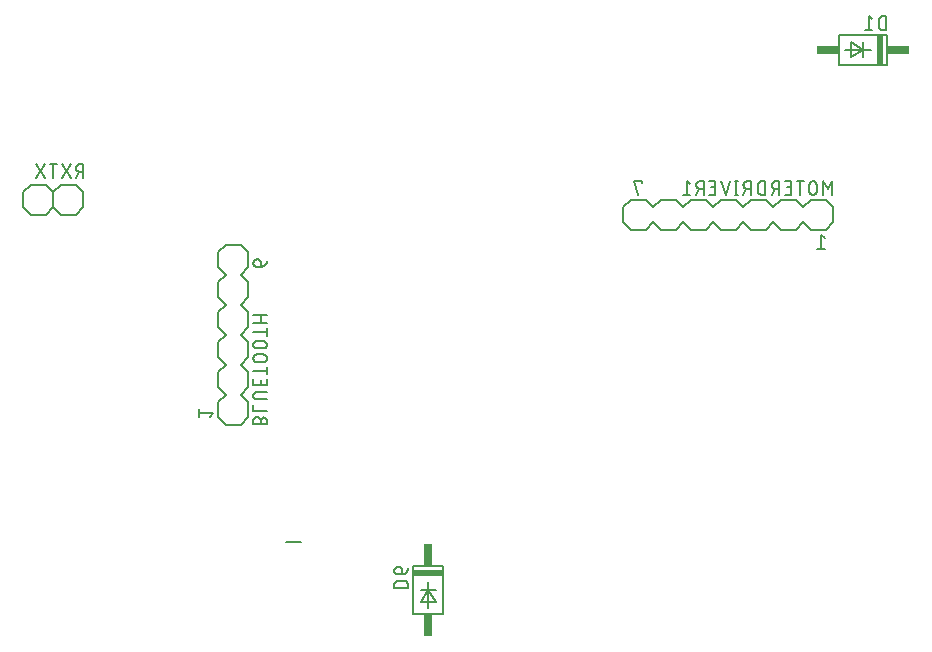
<source format=gbr>
G04 EAGLE Gerber RS-274X export*
G75*
%MOMM*%
%FSLAX34Y34*%
%LPD*%
%INSilkscreen Bottom*%
%IPPOS*%
%AMOC8*
5,1,8,0,0,1.08239X$1,22.5*%
G01*
%ADD10C,0.152400*%
%ADD11C,0.127000*%
%ADD12R,0.508000X2.540000*%
%ADD13R,1.905000X0.762000*%
%ADD14R,2.540000X0.508000*%
%ADD15R,0.762000X1.905000*%
%ADD16C,0.203200*%


D10*
X241300Y247650D02*
X241300Y260350D01*
X234950Y266700D01*
X222250Y266700D02*
X215900Y260350D01*
X234950Y266700D02*
X241300Y273050D01*
X241300Y285750D01*
X234950Y292100D01*
X222250Y292100D02*
X215900Y285750D01*
X215900Y273050D01*
X222250Y266700D01*
X222250Y241300D02*
X234950Y241300D01*
X241300Y247650D01*
X222250Y241300D02*
X215900Y247650D01*
X215900Y260350D01*
X234950Y292100D02*
X241300Y298450D01*
X241300Y311150D01*
X234950Y317500D01*
X222250Y317500D02*
X215900Y311150D01*
X215900Y298450D01*
X222250Y292100D01*
X241300Y323850D02*
X241300Y336550D01*
X234950Y342900D01*
X222250Y342900D02*
X215900Y336550D01*
X234950Y342900D02*
X241300Y349250D01*
X241300Y361950D01*
X234950Y368300D01*
X222250Y368300D02*
X215900Y361950D01*
X215900Y349250D01*
X222250Y342900D01*
X241300Y323850D02*
X234950Y317500D01*
X222250Y317500D02*
X215900Y323850D01*
X215900Y336550D01*
X234950Y368300D02*
X241300Y374650D01*
X241300Y387350D01*
X234950Y393700D01*
X222250Y393700D02*
X215900Y387350D01*
X215900Y374650D01*
X222250Y368300D01*
X222250Y393700D02*
X234950Y393700D01*
D11*
X211455Y251460D02*
X208915Y248285D01*
X211455Y251460D02*
X200025Y251460D01*
X200025Y248285D02*
X200025Y254635D01*
X252095Y375285D02*
X252095Y379095D01*
X252093Y379195D01*
X252087Y379294D01*
X252077Y379394D01*
X252064Y379492D01*
X252046Y379591D01*
X252025Y379688D01*
X252000Y379784D01*
X251971Y379880D01*
X251938Y379974D01*
X251902Y380067D01*
X251862Y380158D01*
X251818Y380248D01*
X251771Y380336D01*
X251721Y380422D01*
X251667Y380506D01*
X251610Y380588D01*
X251550Y380667D01*
X251486Y380745D01*
X251420Y380819D01*
X251351Y380891D01*
X251279Y380960D01*
X251205Y381026D01*
X251127Y381090D01*
X251048Y381150D01*
X250966Y381207D01*
X250882Y381261D01*
X250796Y381311D01*
X250708Y381358D01*
X250618Y381402D01*
X250527Y381442D01*
X250434Y381478D01*
X250340Y381511D01*
X250244Y381540D01*
X250148Y381565D01*
X250051Y381586D01*
X249952Y381604D01*
X249854Y381617D01*
X249754Y381627D01*
X249655Y381633D01*
X249555Y381635D01*
X248920Y381635D01*
X248809Y381633D01*
X248699Y381627D01*
X248588Y381618D01*
X248478Y381604D01*
X248369Y381587D01*
X248260Y381566D01*
X248152Y381541D01*
X248045Y381512D01*
X247939Y381480D01*
X247834Y381444D01*
X247731Y381404D01*
X247629Y381361D01*
X247528Y381314D01*
X247429Y381263D01*
X247333Y381210D01*
X247238Y381153D01*
X247145Y381092D01*
X247054Y381029D01*
X246965Y380962D01*
X246879Y380892D01*
X246796Y380819D01*
X246714Y380744D01*
X246636Y380666D01*
X246561Y380584D01*
X246488Y380501D01*
X246418Y380415D01*
X246351Y380326D01*
X246288Y380235D01*
X246227Y380142D01*
X246170Y380048D01*
X246117Y379951D01*
X246066Y379852D01*
X246019Y379751D01*
X245976Y379649D01*
X245936Y379546D01*
X245900Y379441D01*
X245868Y379335D01*
X245839Y379228D01*
X245814Y379120D01*
X245793Y379011D01*
X245776Y378902D01*
X245762Y378792D01*
X245753Y378681D01*
X245747Y378571D01*
X245745Y378460D01*
X245747Y378349D01*
X245753Y378239D01*
X245762Y378128D01*
X245776Y378018D01*
X245793Y377909D01*
X245814Y377800D01*
X245839Y377692D01*
X245868Y377585D01*
X245900Y377479D01*
X245936Y377374D01*
X245976Y377271D01*
X246019Y377169D01*
X246066Y377068D01*
X246117Y376969D01*
X246170Y376873D01*
X246227Y376778D01*
X246288Y376685D01*
X246351Y376594D01*
X246418Y376505D01*
X246488Y376419D01*
X246561Y376336D01*
X246636Y376254D01*
X246714Y376176D01*
X246796Y376101D01*
X246879Y376028D01*
X246965Y375958D01*
X247054Y375891D01*
X247145Y375828D01*
X247238Y375767D01*
X247333Y375710D01*
X247429Y375657D01*
X247528Y375606D01*
X247629Y375559D01*
X247731Y375516D01*
X247834Y375476D01*
X247939Y375440D01*
X248045Y375408D01*
X248152Y375379D01*
X248260Y375354D01*
X248369Y375333D01*
X248478Y375316D01*
X248588Y375302D01*
X248699Y375293D01*
X248809Y375287D01*
X248920Y375285D01*
X252095Y375285D01*
X252235Y375287D01*
X252375Y375293D01*
X252515Y375302D01*
X252654Y375316D01*
X252793Y375333D01*
X252931Y375354D01*
X253069Y375379D01*
X253206Y375408D01*
X253342Y375440D01*
X253477Y375477D01*
X253611Y375517D01*
X253744Y375560D01*
X253876Y375608D01*
X254007Y375658D01*
X254136Y375713D01*
X254263Y375771D01*
X254389Y375832D01*
X254513Y375897D01*
X254635Y375966D01*
X254755Y376037D01*
X254873Y376112D01*
X254990Y376190D01*
X255104Y376272D01*
X255215Y376356D01*
X255324Y376444D01*
X255431Y376534D01*
X255536Y376628D01*
X255637Y376724D01*
X255736Y376823D01*
X255832Y376924D01*
X255926Y377029D01*
X256016Y377136D01*
X256104Y377245D01*
X256188Y377356D01*
X256270Y377470D01*
X256348Y377587D01*
X256423Y377705D01*
X256494Y377825D01*
X256563Y377947D01*
X256628Y378071D01*
X256689Y378197D01*
X256747Y378324D01*
X256802Y378453D01*
X256852Y378584D01*
X256900Y378716D01*
X256943Y378849D01*
X256983Y378983D01*
X257020Y379118D01*
X257052Y379254D01*
X257081Y379391D01*
X257106Y379529D01*
X257127Y379667D01*
X257144Y379806D01*
X257158Y379945D01*
X257167Y380085D01*
X257173Y380225D01*
X257175Y380365D01*
X252095Y245110D02*
X252095Y241935D01*
X252095Y245110D02*
X252093Y245221D01*
X252087Y245331D01*
X252078Y245442D01*
X252064Y245552D01*
X252047Y245661D01*
X252026Y245770D01*
X252001Y245878D01*
X251972Y245985D01*
X251940Y246091D01*
X251904Y246196D01*
X251864Y246299D01*
X251821Y246401D01*
X251774Y246502D01*
X251723Y246601D01*
X251670Y246698D01*
X251613Y246792D01*
X251552Y246885D01*
X251489Y246976D01*
X251422Y247065D01*
X251352Y247151D01*
X251279Y247234D01*
X251204Y247316D01*
X251126Y247394D01*
X251044Y247469D01*
X250961Y247542D01*
X250875Y247612D01*
X250786Y247679D01*
X250695Y247742D01*
X250602Y247803D01*
X250508Y247860D01*
X250411Y247913D01*
X250312Y247964D01*
X250211Y248011D01*
X250109Y248054D01*
X250006Y248094D01*
X249901Y248130D01*
X249795Y248162D01*
X249688Y248191D01*
X249580Y248216D01*
X249471Y248237D01*
X249362Y248254D01*
X249252Y248268D01*
X249141Y248277D01*
X249031Y248283D01*
X248920Y248285D01*
X248809Y248283D01*
X248699Y248277D01*
X248588Y248268D01*
X248478Y248254D01*
X248369Y248237D01*
X248260Y248216D01*
X248152Y248191D01*
X248045Y248162D01*
X247939Y248130D01*
X247834Y248094D01*
X247731Y248054D01*
X247629Y248011D01*
X247528Y247964D01*
X247429Y247913D01*
X247333Y247860D01*
X247238Y247803D01*
X247145Y247742D01*
X247054Y247679D01*
X246965Y247612D01*
X246879Y247542D01*
X246796Y247469D01*
X246714Y247394D01*
X246636Y247316D01*
X246561Y247234D01*
X246488Y247151D01*
X246418Y247065D01*
X246351Y246976D01*
X246288Y246885D01*
X246227Y246792D01*
X246170Y246698D01*
X246117Y246601D01*
X246066Y246502D01*
X246019Y246401D01*
X245976Y246299D01*
X245936Y246196D01*
X245900Y246091D01*
X245868Y245985D01*
X245839Y245878D01*
X245814Y245770D01*
X245793Y245661D01*
X245776Y245552D01*
X245762Y245442D01*
X245753Y245331D01*
X245747Y245221D01*
X245745Y245110D01*
X245745Y241935D01*
X257175Y241935D01*
X257175Y245110D01*
X257173Y245210D01*
X257167Y245309D01*
X257157Y245409D01*
X257144Y245507D01*
X257126Y245606D01*
X257105Y245703D01*
X257080Y245799D01*
X257051Y245895D01*
X257018Y245989D01*
X256982Y246082D01*
X256942Y246173D01*
X256898Y246263D01*
X256851Y246351D01*
X256801Y246437D01*
X256747Y246521D01*
X256690Y246603D01*
X256630Y246682D01*
X256566Y246760D01*
X256500Y246834D01*
X256431Y246906D01*
X256359Y246975D01*
X256285Y247041D01*
X256207Y247105D01*
X256128Y247165D01*
X256046Y247222D01*
X255962Y247276D01*
X255876Y247326D01*
X255788Y247373D01*
X255698Y247417D01*
X255607Y247457D01*
X255514Y247493D01*
X255420Y247526D01*
X255324Y247555D01*
X255228Y247580D01*
X255131Y247601D01*
X255032Y247619D01*
X254934Y247632D01*
X254834Y247642D01*
X254735Y247648D01*
X254635Y247650D01*
X254535Y247648D01*
X254436Y247642D01*
X254336Y247632D01*
X254238Y247619D01*
X254139Y247601D01*
X254042Y247580D01*
X253946Y247555D01*
X253850Y247526D01*
X253756Y247493D01*
X253663Y247457D01*
X253572Y247417D01*
X253482Y247373D01*
X253394Y247326D01*
X253308Y247276D01*
X253224Y247222D01*
X253142Y247165D01*
X253063Y247105D01*
X252985Y247041D01*
X252911Y246975D01*
X252839Y246906D01*
X252770Y246834D01*
X252704Y246760D01*
X252640Y246682D01*
X252580Y246603D01*
X252523Y246521D01*
X252469Y246437D01*
X252419Y246351D01*
X252372Y246263D01*
X252328Y246173D01*
X252288Y246082D01*
X252252Y245989D01*
X252219Y245895D01*
X252190Y245799D01*
X252165Y245703D01*
X252144Y245606D01*
X252126Y245507D01*
X252113Y245409D01*
X252103Y245309D01*
X252097Y245210D01*
X252095Y245110D01*
X257175Y253200D02*
X245745Y253200D01*
X245745Y258280D01*
X248920Y263080D02*
X257175Y263080D01*
X248920Y263080D02*
X248809Y263082D01*
X248699Y263088D01*
X248588Y263097D01*
X248478Y263111D01*
X248369Y263128D01*
X248260Y263149D01*
X248152Y263174D01*
X248045Y263203D01*
X247939Y263235D01*
X247834Y263271D01*
X247731Y263311D01*
X247629Y263354D01*
X247528Y263401D01*
X247429Y263452D01*
X247333Y263505D01*
X247238Y263562D01*
X247145Y263623D01*
X247054Y263686D01*
X246965Y263753D01*
X246879Y263823D01*
X246796Y263896D01*
X246714Y263971D01*
X246636Y264049D01*
X246561Y264131D01*
X246488Y264214D01*
X246418Y264300D01*
X246351Y264389D01*
X246288Y264480D01*
X246227Y264573D01*
X246170Y264668D01*
X246117Y264764D01*
X246066Y264863D01*
X246019Y264964D01*
X245976Y265066D01*
X245936Y265169D01*
X245900Y265274D01*
X245868Y265380D01*
X245839Y265487D01*
X245814Y265595D01*
X245793Y265704D01*
X245776Y265813D01*
X245762Y265923D01*
X245753Y266034D01*
X245747Y266144D01*
X245745Y266255D01*
X245747Y266366D01*
X245753Y266476D01*
X245762Y266587D01*
X245776Y266697D01*
X245793Y266806D01*
X245814Y266915D01*
X245839Y267023D01*
X245868Y267130D01*
X245900Y267236D01*
X245936Y267341D01*
X245976Y267444D01*
X246019Y267546D01*
X246066Y267647D01*
X246117Y267746D01*
X246170Y267843D01*
X246227Y267937D01*
X246288Y268030D01*
X246351Y268121D01*
X246418Y268210D01*
X246488Y268296D01*
X246561Y268379D01*
X246636Y268461D01*
X246714Y268539D01*
X246796Y268614D01*
X246879Y268687D01*
X246965Y268757D01*
X247054Y268824D01*
X247145Y268887D01*
X247238Y268948D01*
X247333Y269005D01*
X247429Y269058D01*
X247528Y269109D01*
X247629Y269156D01*
X247731Y269199D01*
X247834Y269239D01*
X247939Y269275D01*
X248045Y269307D01*
X248152Y269336D01*
X248260Y269361D01*
X248369Y269382D01*
X248478Y269399D01*
X248588Y269413D01*
X248699Y269422D01*
X248809Y269428D01*
X248920Y269430D01*
X257175Y269430D01*
X245745Y275298D02*
X245745Y280378D01*
X245745Y275298D02*
X257175Y275298D01*
X257175Y280378D01*
X252095Y279108D02*
X252095Y275298D01*
X257175Y287210D02*
X245745Y287210D01*
X257175Y284035D02*
X257175Y290385D01*
X254000Y294703D02*
X248920Y294703D01*
X254000Y294703D02*
X254111Y294705D01*
X254221Y294711D01*
X254332Y294720D01*
X254442Y294734D01*
X254551Y294751D01*
X254660Y294772D01*
X254768Y294797D01*
X254875Y294826D01*
X254981Y294858D01*
X255086Y294894D01*
X255189Y294934D01*
X255291Y294977D01*
X255392Y295024D01*
X255491Y295075D01*
X255587Y295128D01*
X255682Y295185D01*
X255775Y295246D01*
X255866Y295309D01*
X255955Y295376D01*
X256041Y295446D01*
X256124Y295519D01*
X256206Y295594D01*
X256284Y295672D01*
X256359Y295754D01*
X256432Y295837D01*
X256502Y295923D01*
X256569Y296012D01*
X256632Y296103D01*
X256693Y296196D01*
X256750Y296290D01*
X256803Y296387D01*
X256854Y296486D01*
X256901Y296587D01*
X256944Y296689D01*
X256984Y296792D01*
X257020Y296897D01*
X257052Y297003D01*
X257081Y297110D01*
X257106Y297218D01*
X257127Y297327D01*
X257144Y297436D01*
X257158Y297546D01*
X257167Y297657D01*
X257173Y297767D01*
X257175Y297878D01*
X257173Y297989D01*
X257167Y298099D01*
X257158Y298210D01*
X257144Y298320D01*
X257127Y298429D01*
X257106Y298538D01*
X257081Y298646D01*
X257052Y298753D01*
X257020Y298859D01*
X256984Y298964D01*
X256944Y299067D01*
X256901Y299169D01*
X256854Y299270D01*
X256803Y299369D01*
X256750Y299465D01*
X256693Y299560D01*
X256632Y299653D01*
X256569Y299744D01*
X256502Y299833D01*
X256432Y299919D01*
X256359Y300002D01*
X256284Y300084D01*
X256206Y300162D01*
X256124Y300237D01*
X256041Y300310D01*
X255955Y300380D01*
X255866Y300447D01*
X255775Y300510D01*
X255682Y300571D01*
X255588Y300628D01*
X255491Y300681D01*
X255392Y300732D01*
X255291Y300779D01*
X255189Y300822D01*
X255086Y300862D01*
X254981Y300898D01*
X254875Y300930D01*
X254768Y300959D01*
X254660Y300984D01*
X254551Y301005D01*
X254442Y301022D01*
X254332Y301036D01*
X254221Y301045D01*
X254111Y301051D01*
X254000Y301053D01*
X248920Y301053D01*
X248809Y301051D01*
X248699Y301045D01*
X248588Y301036D01*
X248478Y301022D01*
X248369Y301005D01*
X248260Y300984D01*
X248152Y300959D01*
X248045Y300930D01*
X247939Y300898D01*
X247834Y300862D01*
X247731Y300822D01*
X247629Y300779D01*
X247528Y300732D01*
X247429Y300681D01*
X247333Y300628D01*
X247238Y300571D01*
X247145Y300510D01*
X247054Y300447D01*
X246965Y300380D01*
X246879Y300310D01*
X246796Y300237D01*
X246714Y300162D01*
X246636Y300084D01*
X246561Y300002D01*
X246488Y299919D01*
X246418Y299833D01*
X246351Y299744D01*
X246288Y299653D01*
X246227Y299560D01*
X246170Y299466D01*
X246117Y299369D01*
X246066Y299270D01*
X246019Y299169D01*
X245976Y299067D01*
X245936Y298964D01*
X245900Y298859D01*
X245868Y298753D01*
X245839Y298646D01*
X245814Y298538D01*
X245793Y298429D01*
X245776Y298320D01*
X245762Y298210D01*
X245753Y298099D01*
X245747Y297989D01*
X245745Y297878D01*
X245747Y297767D01*
X245753Y297657D01*
X245762Y297546D01*
X245776Y297436D01*
X245793Y297327D01*
X245814Y297218D01*
X245839Y297110D01*
X245868Y297003D01*
X245900Y296897D01*
X245936Y296792D01*
X245976Y296689D01*
X246019Y296587D01*
X246066Y296486D01*
X246117Y296387D01*
X246170Y296291D01*
X246227Y296196D01*
X246288Y296103D01*
X246351Y296012D01*
X246418Y295923D01*
X246488Y295837D01*
X246561Y295754D01*
X246636Y295672D01*
X246714Y295594D01*
X246796Y295519D01*
X246879Y295446D01*
X246965Y295376D01*
X247054Y295309D01*
X247145Y295246D01*
X247238Y295185D01*
X247333Y295128D01*
X247429Y295075D01*
X247528Y295024D01*
X247629Y294977D01*
X247731Y294934D01*
X247834Y294894D01*
X247939Y294858D01*
X248045Y294826D01*
X248152Y294797D01*
X248260Y294772D01*
X248369Y294751D01*
X248478Y294734D01*
X248588Y294720D01*
X248699Y294711D01*
X248809Y294705D01*
X248920Y294703D01*
X248920Y306133D02*
X254000Y306133D01*
X254111Y306135D01*
X254221Y306141D01*
X254332Y306150D01*
X254442Y306164D01*
X254551Y306181D01*
X254660Y306202D01*
X254768Y306227D01*
X254875Y306256D01*
X254981Y306288D01*
X255086Y306324D01*
X255189Y306364D01*
X255291Y306407D01*
X255392Y306454D01*
X255491Y306505D01*
X255587Y306558D01*
X255682Y306615D01*
X255775Y306676D01*
X255866Y306739D01*
X255955Y306806D01*
X256041Y306876D01*
X256124Y306949D01*
X256206Y307024D01*
X256284Y307102D01*
X256359Y307184D01*
X256432Y307267D01*
X256502Y307353D01*
X256569Y307442D01*
X256632Y307533D01*
X256693Y307626D01*
X256750Y307720D01*
X256803Y307817D01*
X256854Y307916D01*
X256901Y308017D01*
X256944Y308119D01*
X256984Y308222D01*
X257020Y308327D01*
X257052Y308433D01*
X257081Y308540D01*
X257106Y308648D01*
X257127Y308757D01*
X257144Y308866D01*
X257158Y308976D01*
X257167Y309087D01*
X257173Y309197D01*
X257175Y309308D01*
X257173Y309419D01*
X257167Y309529D01*
X257158Y309640D01*
X257144Y309750D01*
X257127Y309859D01*
X257106Y309968D01*
X257081Y310076D01*
X257052Y310183D01*
X257020Y310289D01*
X256984Y310394D01*
X256944Y310497D01*
X256901Y310599D01*
X256854Y310700D01*
X256803Y310799D01*
X256750Y310895D01*
X256693Y310990D01*
X256632Y311083D01*
X256569Y311174D01*
X256502Y311263D01*
X256432Y311349D01*
X256359Y311432D01*
X256284Y311514D01*
X256206Y311592D01*
X256124Y311667D01*
X256041Y311740D01*
X255955Y311810D01*
X255866Y311877D01*
X255775Y311940D01*
X255682Y312001D01*
X255588Y312058D01*
X255491Y312111D01*
X255392Y312162D01*
X255291Y312209D01*
X255189Y312252D01*
X255086Y312292D01*
X254981Y312328D01*
X254875Y312360D01*
X254768Y312389D01*
X254660Y312414D01*
X254551Y312435D01*
X254442Y312452D01*
X254332Y312466D01*
X254221Y312475D01*
X254111Y312481D01*
X254000Y312483D01*
X248920Y312483D01*
X248809Y312481D01*
X248699Y312475D01*
X248588Y312466D01*
X248478Y312452D01*
X248369Y312435D01*
X248260Y312414D01*
X248152Y312389D01*
X248045Y312360D01*
X247939Y312328D01*
X247834Y312292D01*
X247731Y312252D01*
X247629Y312209D01*
X247528Y312162D01*
X247429Y312111D01*
X247333Y312058D01*
X247238Y312001D01*
X247145Y311940D01*
X247054Y311877D01*
X246965Y311810D01*
X246879Y311740D01*
X246796Y311667D01*
X246714Y311592D01*
X246636Y311514D01*
X246561Y311432D01*
X246488Y311349D01*
X246418Y311263D01*
X246351Y311174D01*
X246288Y311083D01*
X246227Y310990D01*
X246170Y310896D01*
X246117Y310799D01*
X246066Y310700D01*
X246019Y310599D01*
X245976Y310497D01*
X245936Y310394D01*
X245900Y310289D01*
X245868Y310183D01*
X245839Y310076D01*
X245814Y309968D01*
X245793Y309859D01*
X245776Y309750D01*
X245762Y309640D01*
X245753Y309529D01*
X245747Y309419D01*
X245745Y309308D01*
X245747Y309197D01*
X245753Y309087D01*
X245762Y308976D01*
X245776Y308866D01*
X245793Y308757D01*
X245814Y308648D01*
X245839Y308540D01*
X245868Y308433D01*
X245900Y308327D01*
X245936Y308222D01*
X245976Y308119D01*
X246019Y308017D01*
X246066Y307916D01*
X246117Y307817D01*
X246170Y307721D01*
X246227Y307626D01*
X246288Y307533D01*
X246351Y307442D01*
X246418Y307353D01*
X246488Y307267D01*
X246561Y307184D01*
X246636Y307102D01*
X246714Y307024D01*
X246796Y306949D01*
X246879Y306876D01*
X246965Y306806D01*
X247054Y306739D01*
X247145Y306676D01*
X247238Y306615D01*
X247333Y306558D01*
X247429Y306505D01*
X247528Y306454D01*
X247629Y306407D01*
X247731Y306364D01*
X247834Y306324D01*
X247939Y306288D01*
X248045Y306256D01*
X248152Y306227D01*
X248260Y306202D01*
X248369Y306181D01*
X248478Y306164D01*
X248588Y306150D01*
X248699Y306141D01*
X248809Y306135D01*
X248920Y306133D01*
X245745Y319976D02*
X257175Y319976D01*
X257175Y316801D02*
X257175Y323151D01*
X257175Y327850D02*
X245745Y327850D01*
X252095Y327850D02*
X252095Y334200D01*
X257175Y334200D02*
X245745Y334200D01*
D10*
X741680Y546100D02*
X782320Y546100D01*
X741680Y546100D02*
X741680Y571500D01*
X782320Y571500D01*
X782320Y546100D01*
X768350Y558800D02*
X762000Y558800D01*
X751840Y565150D02*
X751840Y552450D01*
X762000Y558800D01*
X746760Y558800D01*
X751840Y565150D02*
X762000Y558800D01*
X762000Y565150D01*
X762000Y558800D02*
X762000Y552450D01*
D12*
X775970Y558800D03*
D13*
X732155Y558800D03*
X791845Y558800D03*
D11*
X781685Y575945D02*
X781685Y587375D01*
X778510Y587375D01*
X778399Y587373D01*
X778289Y587367D01*
X778178Y587358D01*
X778068Y587344D01*
X777959Y587327D01*
X777850Y587306D01*
X777742Y587281D01*
X777635Y587252D01*
X777529Y587220D01*
X777424Y587184D01*
X777321Y587144D01*
X777219Y587101D01*
X777118Y587054D01*
X777019Y587003D01*
X776923Y586950D01*
X776828Y586893D01*
X776735Y586832D01*
X776644Y586769D01*
X776555Y586702D01*
X776469Y586632D01*
X776386Y586559D01*
X776304Y586484D01*
X776226Y586406D01*
X776151Y586324D01*
X776078Y586241D01*
X776008Y586155D01*
X775941Y586066D01*
X775878Y585975D01*
X775817Y585882D01*
X775760Y585788D01*
X775707Y585691D01*
X775656Y585592D01*
X775609Y585491D01*
X775566Y585389D01*
X775526Y585286D01*
X775490Y585181D01*
X775458Y585075D01*
X775429Y584968D01*
X775404Y584860D01*
X775383Y584751D01*
X775366Y584642D01*
X775352Y584532D01*
X775343Y584421D01*
X775337Y584311D01*
X775335Y584200D01*
X775335Y579120D01*
X775337Y579009D01*
X775343Y578899D01*
X775352Y578788D01*
X775366Y578678D01*
X775383Y578569D01*
X775404Y578460D01*
X775429Y578352D01*
X775458Y578245D01*
X775490Y578139D01*
X775526Y578034D01*
X775566Y577931D01*
X775609Y577829D01*
X775656Y577728D01*
X775707Y577629D01*
X775760Y577533D01*
X775817Y577438D01*
X775878Y577345D01*
X775941Y577254D01*
X776008Y577165D01*
X776078Y577079D01*
X776151Y576996D01*
X776226Y576914D01*
X776304Y576836D01*
X776386Y576761D01*
X776469Y576688D01*
X776555Y576618D01*
X776644Y576551D01*
X776735Y576488D01*
X776828Y576427D01*
X776923Y576370D01*
X777019Y576317D01*
X777118Y576266D01*
X777219Y576219D01*
X777321Y576176D01*
X777424Y576136D01*
X777529Y576100D01*
X777635Y576068D01*
X777742Y576039D01*
X777850Y576014D01*
X777959Y575993D01*
X778068Y575976D01*
X778178Y575962D01*
X778289Y575953D01*
X778399Y575947D01*
X778510Y575945D01*
X781685Y575945D01*
X769874Y584835D02*
X766699Y587375D01*
X766699Y575945D01*
X769874Y575945D02*
X763524Y575945D01*
D10*
X406400Y121920D02*
X406400Y81280D01*
X381000Y81280D01*
X381000Y121920D01*
X406400Y121920D01*
X393700Y107950D02*
X393700Y101600D01*
X387350Y91440D02*
X400050Y91440D01*
X393700Y101600D01*
X393700Y86360D01*
X387350Y91440D02*
X393700Y101600D01*
X387350Y101600D01*
X393700Y101600D02*
X400050Y101600D01*
D14*
X393700Y115570D03*
D15*
X393700Y71755D03*
X393700Y131445D03*
D11*
X376555Y103124D02*
X365125Y103124D01*
X376555Y103124D02*
X376555Y106299D01*
X376553Y106410D01*
X376547Y106520D01*
X376538Y106631D01*
X376524Y106741D01*
X376507Y106850D01*
X376486Y106959D01*
X376461Y107067D01*
X376432Y107174D01*
X376400Y107280D01*
X376364Y107385D01*
X376324Y107488D01*
X376281Y107590D01*
X376234Y107691D01*
X376183Y107790D01*
X376130Y107887D01*
X376073Y107981D01*
X376012Y108074D01*
X375949Y108165D01*
X375882Y108254D01*
X375812Y108340D01*
X375739Y108423D01*
X375664Y108505D01*
X375586Y108583D01*
X375504Y108658D01*
X375421Y108731D01*
X375335Y108801D01*
X375246Y108868D01*
X375155Y108931D01*
X375062Y108992D01*
X374968Y109049D01*
X374871Y109102D01*
X374772Y109153D01*
X374671Y109200D01*
X374569Y109243D01*
X374466Y109283D01*
X374361Y109319D01*
X374255Y109351D01*
X374148Y109380D01*
X374040Y109405D01*
X373931Y109426D01*
X373822Y109443D01*
X373712Y109457D01*
X373601Y109466D01*
X373491Y109472D01*
X373380Y109474D01*
X368300Y109474D01*
X368189Y109472D01*
X368079Y109466D01*
X367968Y109457D01*
X367858Y109443D01*
X367749Y109426D01*
X367640Y109405D01*
X367532Y109380D01*
X367425Y109351D01*
X367319Y109319D01*
X367214Y109283D01*
X367111Y109243D01*
X367009Y109200D01*
X366908Y109153D01*
X366809Y109102D01*
X366713Y109049D01*
X366618Y108992D01*
X366525Y108931D01*
X366434Y108868D01*
X366345Y108801D01*
X366259Y108731D01*
X366176Y108658D01*
X366094Y108583D01*
X366016Y108505D01*
X365941Y108423D01*
X365868Y108340D01*
X365798Y108254D01*
X365731Y108165D01*
X365668Y108074D01*
X365607Y107981D01*
X365550Y107887D01*
X365497Y107790D01*
X365446Y107691D01*
X365399Y107590D01*
X365356Y107488D01*
X365316Y107385D01*
X365280Y107280D01*
X365248Y107174D01*
X365219Y107067D01*
X365194Y106959D01*
X365173Y106850D01*
X365156Y106741D01*
X365142Y106631D01*
X365133Y106520D01*
X365127Y106410D01*
X365125Y106299D01*
X365125Y103124D01*
X371475Y114935D02*
X371475Y118745D01*
X371473Y118845D01*
X371467Y118944D01*
X371457Y119044D01*
X371444Y119142D01*
X371426Y119241D01*
X371405Y119338D01*
X371380Y119434D01*
X371351Y119530D01*
X371318Y119624D01*
X371282Y119717D01*
X371242Y119808D01*
X371198Y119898D01*
X371151Y119986D01*
X371101Y120072D01*
X371047Y120156D01*
X370990Y120238D01*
X370930Y120317D01*
X370866Y120395D01*
X370800Y120469D01*
X370731Y120541D01*
X370659Y120610D01*
X370585Y120676D01*
X370507Y120740D01*
X370428Y120800D01*
X370346Y120857D01*
X370262Y120911D01*
X370176Y120961D01*
X370088Y121008D01*
X369998Y121052D01*
X369907Y121092D01*
X369814Y121128D01*
X369720Y121161D01*
X369624Y121190D01*
X369528Y121215D01*
X369431Y121236D01*
X369332Y121254D01*
X369234Y121267D01*
X369134Y121277D01*
X369035Y121283D01*
X368935Y121285D01*
X368300Y121285D01*
X368189Y121283D01*
X368079Y121277D01*
X367968Y121268D01*
X367858Y121254D01*
X367749Y121237D01*
X367640Y121216D01*
X367532Y121191D01*
X367425Y121162D01*
X367319Y121130D01*
X367214Y121094D01*
X367111Y121054D01*
X367009Y121011D01*
X366908Y120964D01*
X366809Y120913D01*
X366713Y120860D01*
X366618Y120803D01*
X366525Y120742D01*
X366434Y120679D01*
X366345Y120612D01*
X366259Y120542D01*
X366176Y120469D01*
X366094Y120394D01*
X366016Y120316D01*
X365941Y120234D01*
X365868Y120151D01*
X365798Y120065D01*
X365731Y119976D01*
X365668Y119885D01*
X365607Y119792D01*
X365550Y119698D01*
X365497Y119601D01*
X365446Y119502D01*
X365399Y119401D01*
X365356Y119299D01*
X365316Y119196D01*
X365280Y119091D01*
X365248Y118985D01*
X365219Y118878D01*
X365194Y118770D01*
X365173Y118661D01*
X365156Y118552D01*
X365142Y118442D01*
X365133Y118331D01*
X365127Y118221D01*
X365125Y118110D01*
X365127Y117999D01*
X365133Y117889D01*
X365142Y117778D01*
X365156Y117668D01*
X365173Y117559D01*
X365194Y117450D01*
X365219Y117342D01*
X365248Y117235D01*
X365280Y117129D01*
X365316Y117024D01*
X365356Y116921D01*
X365399Y116819D01*
X365446Y116718D01*
X365497Y116619D01*
X365550Y116522D01*
X365607Y116428D01*
X365668Y116335D01*
X365731Y116244D01*
X365798Y116155D01*
X365868Y116069D01*
X365941Y115986D01*
X366016Y115904D01*
X366094Y115826D01*
X366176Y115751D01*
X366259Y115678D01*
X366345Y115608D01*
X366434Y115541D01*
X366525Y115478D01*
X366618Y115417D01*
X366713Y115360D01*
X366809Y115307D01*
X366908Y115256D01*
X367009Y115209D01*
X367111Y115166D01*
X367214Y115126D01*
X367319Y115090D01*
X367425Y115058D01*
X367532Y115029D01*
X367640Y115004D01*
X367749Y114983D01*
X367858Y114966D01*
X367968Y114952D01*
X368079Y114943D01*
X368189Y114937D01*
X368300Y114935D01*
X371475Y114935D01*
X371615Y114937D01*
X371755Y114943D01*
X371895Y114952D01*
X372034Y114966D01*
X372173Y114983D01*
X372311Y115004D01*
X372449Y115029D01*
X372586Y115058D01*
X372722Y115090D01*
X372857Y115127D01*
X372991Y115167D01*
X373124Y115210D01*
X373256Y115258D01*
X373387Y115308D01*
X373516Y115363D01*
X373643Y115421D01*
X373769Y115482D01*
X373893Y115547D01*
X374015Y115616D01*
X374135Y115687D01*
X374253Y115762D01*
X374370Y115840D01*
X374484Y115922D01*
X374595Y116006D01*
X374704Y116094D01*
X374811Y116184D01*
X374916Y116278D01*
X375017Y116374D01*
X375116Y116473D01*
X375212Y116574D01*
X375306Y116679D01*
X375396Y116786D01*
X375484Y116895D01*
X375568Y117006D01*
X375650Y117120D01*
X375728Y117237D01*
X375803Y117355D01*
X375874Y117475D01*
X375943Y117597D01*
X376008Y117721D01*
X376069Y117847D01*
X376127Y117974D01*
X376182Y118103D01*
X376232Y118234D01*
X376280Y118366D01*
X376323Y118499D01*
X376363Y118633D01*
X376400Y118768D01*
X376432Y118904D01*
X376461Y119041D01*
X376486Y119179D01*
X376507Y119317D01*
X376524Y119456D01*
X376538Y119595D01*
X376547Y119735D01*
X376553Y119875D01*
X376555Y120015D01*
D10*
X717550Y431800D02*
X730250Y431800D01*
X717550Y431800D02*
X711200Y425450D01*
X711200Y412750D02*
X717550Y406400D01*
X711200Y425450D02*
X704850Y431800D01*
X692150Y431800D01*
X685800Y425450D01*
X685800Y412750D02*
X692150Y406400D01*
X704850Y406400D01*
X711200Y412750D01*
X736600Y412750D02*
X736600Y425450D01*
X730250Y431800D01*
X736600Y412750D02*
X730250Y406400D01*
X717550Y406400D01*
X685800Y425450D02*
X679450Y431800D01*
X666750Y431800D01*
X660400Y425450D01*
X660400Y412750D02*
X666750Y406400D01*
X679450Y406400D01*
X685800Y412750D01*
X654050Y431800D02*
X641350Y431800D01*
X635000Y425450D01*
X635000Y412750D02*
X641350Y406400D01*
X635000Y425450D02*
X628650Y431800D01*
X615950Y431800D01*
X609600Y425450D01*
X609600Y412750D02*
X615950Y406400D01*
X628650Y406400D01*
X635000Y412750D01*
X654050Y431800D02*
X660400Y425450D01*
X660400Y412750D02*
X654050Y406400D01*
X641350Y406400D01*
X609600Y425450D02*
X603250Y431800D01*
X590550Y431800D01*
X584200Y425450D01*
X584200Y412750D02*
X590550Y406400D01*
X603250Y406400D01*
X609600Y412750D01*
X577850Y431800D02*
X565150Y431800D01*
X558800Y425450D01*
X558800Y412750D01*
X565150Y406400D01*
X584200Y425450D02*
X577850Y431800D01*
X584200Y412750D02*
X577850Y406400D01*
X565150Y406400D01*
D11*
X726440Y401955D02*
X729615Y399415D01*
X726440Y401955D02*
X726440Y390525D01*
X729615Y390525D02*
X723265Y390525D01*
X574675Y446405D02*
X574675Y447675D01*
X568325Y447675D01*
X571500Y436245D01*
X735965Y436245D02*
X735965Y447675D01*
X732155Y441325D01*
X728345Y447675D01*
X728345Y436245D01*
X722757Y439420D02*
X722757Y444500D01*
X722755Y444611D01*
X722749Y444721D01*
X722740Y444832D01*
X722726Y444942D01*
X722709Y445051D01*
X722688Y445160D01*
X722663Y445268D01*
X722634Y445375D01*
X722602Y445481D01*
X722566Y445586D01*
X722526Y445689D01*
X722483Y445791D01*
X722436Y445892D01*
X722385Y445991D01*
X722332Y446088D01*
X722275Y446182D01*
X722214Y446275D01*
X722151Y446366D01*
X722084Y446455D01*
X722014Y446541D01*
X721941Y446624D01*
X721866Y446706D01*
X721788Y446784D01*
X721706Y446859D01*
X721623Y446932D01*
X721537Y447002D01*
X721448Y447069D01*
X721357Y447132D01*
X721264Y447193D01*
X721170Y447250D01*
X721073Y447303D01*
X720974Y447354D01*
X720873Y447401D01*
X720771Y447444D01*
X720668Y447484D01*
X720563Y447520D01*
X720457Y447552D01*
X720350Y447581D01*
X720242Y447606D01*
X720133Y447627D01*
X720024Y447644D01*
X719914Y447658D01*
X719803Y447667D01*
X719693Y447673D01*
X719582Y447675D01*
X719471Y447673D01*
X719361Y447667D01*
X719250Y447658D01*
X719140Y447644D01*
X719031Y447627D01*
X718922Y447606D01*
X718814Y447581D01*
X718707Y447552D01*
X718601Y447520D01*
X718496Y447484D01*
X718393Y447444D01*
X718291Y447401D01*
X718190Y447354D01*
X718091Y447303D01*
X717995Y447250D01*
X717900Y447193D01*
X717807Y447132D01*
X717716Y447069D01*
X717627Y447002D01*
X717541Y446932D01*
X717458Y446859D01*
X717376Y446784D01*
X717298Y446706D01*
X717223Y446624D01*
X717150Y446541D01*
X717080Y446455D01*
X717013Y446366D01*
X716950Y446275D01*
X716889Y446182D01*
X716832Y446088D01*
X716779Y445991D01*
X716728Y445892D01*
X716681Y445791D01*
X716638Y445689D01*
X716598Y445586D01*
X716562Y445481D01*
X716530Y445375D01*
X716501Y445268D01*
X716476Y445160D01*
X716455Y445051D01*
X716438Y444942D01*
X716424Y444832D01*
X716415Y444721D01*
X716409Y444611D01*
X716407Y444500D01*
X716407Y439420D01*
X716409Y439309D01*
X716415Y439199D01*
X716424Y439088D01*
X716438Y438978D01*
X716455Y438869D01*
X716476Y438760D01*
X716501Y438652D01*
X716530Y438545D01*
X716562Y438439D01*
X716598Y438334D01*
X716638Y438231D01*
X716681Y438129D01*
X716728Y438028D01*
X716779Y437929D01*
X716832Y437833D01*
X716889Y437738D01*
X716950Y437645D01*
X717013Y437554D01*
X717080Y437465D01*
X717150Y437379D01*
X717223Y437296D01*
X717298Y437214D01*
X717376Y437136D01*
X717458Y437061D01*
X717541Y436988D01*
X717627Y436918D01*
X717716Y436851D01*
X717807Y436788D01*
X717900Y436727D01*
X717995Y436670D01*
X718091Y436617D01*
X718190Y436566D01*
X718291Y436519D01*
X718393Y436476D01*
X718496Y436436D01*
X718601Y436400D01*
X718707Y436368D01*
X718814Y436339D01*
X718922Y436314D01*
X719031Y436293D01*
X719140Y436276D01*
X719250Y436262D01*
X719361Y436253D01*
X719471Y436247D01*
X719582Y436245D01*
X719693Y436247D01*
X719803Y436253D01*
X719914Y436262D01*
X720024Y436276D01*
X720133Y436293D01*
X720242Y436314D01*
X720350Y436339D01*
X720457Y436368D01*
X720563Y436400D01*
X720668Y436436D01*
X720771Y436476D01*
X720873Y436519D01*
X720974Y436566D01*
X721073Y436617D01*
X721170Y436670D01*
X721264Y436727D01*
X721357Y436788D01*
X721448Y436851D01*
X721537Y436918D01*
X721623Y436988D01*
X721706Y437061D01*
X721788Y437136D01*
X721866Y437214D01*
X721941Y437296D01*
X722014Y437379D01*
X722084Y437465D01*
X722151Y437554D01*
X722214Y437645D01*
X722275Y437738D01*
X722332Y437832D01*
X722385Y437929D01*
X722436Y438028D01*
X722483Y438129D01*
X722526Y438231D01*
X722566Y438334D01*
X722602Y438439D01*
X722634Y438545D01*
X722663Y438652D01*
X722688Y438760D01*
X722709Y438869D01*
X722726Y438978D01*
X722740Y439088D01*
X722749Y439199D01*
X722755Y439309D01*
X722757Y439420D01*
X708914Y436245D02*
X708914Y447675D01*
X712089Y447675D02*
X705739Y447675D01*
X701015Y436245D02*
X695935Y436245D01*
X701015Y436245D02*
X701015Y447675D01*
X695935Y447675D01*
X697205Y442595D02*
X701015Y442595D01*
X691051Y447675D02*
X691051Y436245D01*
X691051Y447675D02*
X687876Y447675D01*
X687765Y447673D01*
X687655Y447667D01*
X687544Y447658D01*
X687434Y447644D01*
X687325Y447627D01*
X687216Y447606D01*
X687108Y447581D01*
X687001Y447552D01*
X686895Y447520D01*
X686790Y447484D01*
X686687Y447444D01*
X686585Y447401D01*
X686484Y447354D01*
X686385Y447303D01*
X686289Y447250D01*
X686194Y447193D01*
X686101Y447132D01*
X686010Y447069D01*
X685921Y447002D01*
X685835Y446932D01*
X685752Y446859D01*
X685670Y446784D01*
X685592Y446706D01*
X685517Y446624D01*
X685444Y446541D01*
X685374Y446455D01*
X685307Y446366D01*
X685244Y446275D01*
X685183Y446182D01*
X685126Y446088D01*
X685073Y445991D01*
X685022Y445892D01*
X684975Y445791D01*
X684932Y445689D01*
X684892Y445586D01*
X684856Y445481D01*
X684824Y445375D01*
X684795Y445268D01*
X684770Y445160D01*
X684749Y445051D01*
X684732Y444942D01*
X684718Y444832D01*
X684709Y444721D01*
X684703Y444611D01*
X684701Y444500D01*
X684703Y444389D01*
X684709Y444279D01*
X684718Y444168D01*
X684732Y444058D01*
X684749Y443949D01*
X684770Y443840D01*
X684795Y443732D01*
X684824Y443625D01*
X684856Y443519D01*
X684892Y443414D01*
X684932Y443311D01*
X684975Y443209D01*
X685022Y443108D01*
X685073Y443009D01*
X685126Y442913D01*
X685183Y442818D01*
X685244Y442725D01*
X685307Y442634D01*
X685374Y442545D01*
X685444Y442459D01*
X685517Y442376D01*
X685592Y442294D01*
X685670Y442216D01*
X685752Y442141D01*
X685835Y442068D01*
X685921Y441998D01*
X686010Y441931D01*
X686101Y441868D01*
X686194Y441807D01*
X686289Y441750D01*
X686385Y441697D01*
X686484Y441646D01*
X686585Y441599D01*
X686687Y441556D01*
X686790Y441516D01*
X686895Y441480D01*
X687001Y441448D01*
X687108Y441419D01*
X687216Y441394D01*
X687325Y441373D01*
X687434Y441356D01*
X687544Y441342D01*
X687655Y441333D01*
X687765Y441327D01*
X687876Y441325D01*
X691051Y441325D01*
X687241Y441325D02*
X684701Y436245D01*
X679323Y436245D02*
X679323Y447675D01*
X676148Y447675D01*
X676037Y447673D01*
X675927Y447667D01*
X675816Y447658D01*
X675706Y447644D01*
X675597Y447627D01*
X675488Y447606D01*
X675380Y447581D01*
X675273Y447552D01*
X675167Y447520D01*
X675062Y447484D01*
X674959Y447444D01*
X674857Y447401D01*
X674756Y447354D01*
X674657Y447303D01*
X674561Y447250D01*
X674466Y447193D01*
X674373Y447132D01*
X674282Y447069D01*
X674193Y447002D01*
X674107Y446932D01*
X674024Y446859D01*
X673942Y446784D01*
X673864Y446706D01*
X673789Y446624D01*
X673716Y446541D01*
X673646Y446455D01*
X673579Y446366D01*
X673516Y446275D01*
X673455Y446182D01*
X673398Y446088D01*
X673345Y445991D01*
X673294Y445892D01*
X673247Y445791D01*
X673204Y445689D01*
X673164Y445586D01*
X673128Y445481D01*
X673096Y445375D01*
X673067Y445268D01*
X673042Y445160D01*
X673021Y445051D01*
X673004Y444942D01*
X672990Y444832D01*
X672981Y444721D01*
X672975Y444611D01*
X672973Y444500D01*
X672973Y439420D01*
X672975Y439309D01*
X672981Y439199D01*
X672990Y439088D01*
X673004Y438978D01*
X673021Y438869D01*
X673042Y438760D01*
X673067Y438652D01*
X673096Y438545D01*
X673128Y438439D01*
X673164Y438334D01*
X673204Y438231D01*
X673247Y438129D01*
X673294Y438028D01*
X673345Y437929D01*
X673398Y437833D01*
X673455Y437738D01*
X673516Y437645D01*
X673579Y437554D01*
X673646Y437465D01*
X673716Y437379D01*
X673789Y437296D01*
X673864Y437214D01*
X673942Y437136D01*
X674024Y437061D01*
X674107Y436988D01*
X674193Y436918D01*
X674282Y436851D01*
X674373Y436788D01*
X674466Y436727D01*
X674561Y436670D01*
X674657Y436617D01*
X674756Y436566D01*
X674857Y436519D01*
X674959Y436476D01*
X675062Y436436D01*
X675167Y436400D01*
X675273Y436368D01*
X675380Y436339D01*
X675488Y436314D01*
X675597Y436293D01*
X675706Y436276D01*
X675816Y436262D01*
X675927Y436253D01*
X676037Y436247D01*
X676148Y436245D01*
X679323Y436245D01*
X667048Y436245D02*
X667048Y447675D01*
X663873Y447675D01*
X663762Y447673D01*
X663652Y447667D01*
X663541Y447658D01*
X663431Y447644D01*
X663322Y447627D01*
X663213Y447606D01*
X663105Y447581D01*
X662998Y447552D01*
X662892Y447520D01*
X662787Y447484D01*
X662684Y447444D01*
X662582Y447401D01*
X662481Y447354D01*
X662382Y447303D01*
X662286Y447250D01*
X662191Y447193D01*
X662098Y447132D01*
X662007Y447069D01*
X661918Y447002D01*
X661832Y446932D01*
X661749Y446859D01*
X661667Y446784D01*
X661589Y446706D01*
X661514Y446624D01*
X661441Y446541D01*
X661371Y446455D01*
X661304Y446366D01*
X661241Y446275D01*
X661180Y446182D01*
X661123Y446088D01*
X661070Y445991D01*
X661019Y445892D01*
X660972Y445791D01*
X660929Y445689D01*
X660889Y445586D01*
X660853Y445481D01*
X660821Y445375D01*
X660792Y445268D01*
X660767Y445160D01*
X660746Y445051D01*
X660729Y444942D01*
X660715Y444832D01*
X660706Y444721D01*
X660700Y444611D01*
X660698Y444500D01*
X660700Y444389D01*
X660706Y444279D01*
X660715Y444168D01*
X660729Y444058D01*
X660746Y443949D01*
X660767Y443840D01*
X660792Y443732D01*
X660821Y443625D01*
X660853Y443519D01*
X660889Y443414D01*
X660929Y443311D01*
X660972Y443209D01*
X661019Y443108D01*
X661070Y443009D01*
X661123Y442913D01*
X661180Y442818D01*
X661241Y442725D01*
X661304Y442634D01*
X661371Y442545D01*
X661441Y442459D01*
X661514Y442376D01*
X661589Y442294D01*
X661667Y442216D01*
X661749Y442141D01*
X661832Y442068D01*
X661918Y441998D01*
X662007Y441931D01*
X662098Y441868D01*
X662191Y441807D01*
X662286Y441750D01*
X662382Y441697D01*
X662481Y441646D01*
X662582Y441599D01*
X662684Y441556D01*
X662787Y441516D01*
X662892Y441480D01*
X662998Y441448D01*
X663105Y441419D01*
X663213Y441394D01*
X663322Y441373D01*
X663431Y441356D01*
X663541Y441342D01*
X663652Y441333D01*
X663762Y441327D01*
X663873Y441325D01*
X667048Y441325D01*
X663238Y441325D02*
X660698Y436245D01*
X654812Y436245D02*
X654812Y447675D01*
X656082Y436245D02*
X653542Y436245D01*
X653542Y447675D02*
X656082Y447675D01*
X649478Y447675D02*
X645668Y436245D01*
X641858Y447675D01*
X637007Y436245D02*
X631927Y436245D01*
X637007Y436245D02*
X637007Y447675D01*
X631927Y447675D01*
X633197Y442595D02*
X637007Y442595D01*
X627043Y447675D02*
X627043Y436245D01*
X627043Y447675D02*
X623868Y447675D01*
X623757Y447673D01*
X623647Y447667D01*
X623536Y447658D01*
X623426Y447644D01*
X623317Y447627D01*
X623208Y447606D01*
X623100Y447581D01*
X622993Y447552D01*
X622887Y447520D01*
X622782Y447484D01*
X622679Y447444D01*
X622577Y447401D01*
X622476Y447354D01*
X622377Y447303D01*
X622281Y447250D01*
X622186Y447193D01*
X622093Y447132D01*
X622002Y447069D01*
X621913Y447002D01*
X621827Y446932D01*
X621744Y446859D01*
X621662Y446784D01*
X621584Y446706D01*
X621509Y446624D01*
X621436Y446541D01*
X621366Y446455D01*
X621299Y446366D01*
X621236Y446275D01*
X621175Y446182D01*
X621118Y446088D01*
X621065Y445991D01*
X621014Y445892D01*
X620967Y445791D01*
X620924Y445689D01*
X620884Y445586D01*
X620848Y445481D01*
X620816Y445375D01*
X620787Y445268D01*
X620762Y445160D01*
X620741Y445051D01*
X620724Y444942D01*
X620710Y444832D01*
X620701Y444721D01*
X620695Y444611D01*
X620693Y444500D01*
X620695Y444389D01*
X620701Y444279D01*
X620710Y444168D01*
X620724Y444058D01*
X620741Y443949D01*
X620762Y443840D01*
X620787Y443732D01*
X620816Y443625D01*
X620848Y443519D01*
X620884Y443414D01*
X620924Y443311D01*
X620967Y443209D01*
X621014Y443108D01*
X621065Y443009D01*
X621118Y442913D01*
X621175Y442818D01*
X621236Y442725D01*
X621299Y442634D01*
X621366Y442545D01*
X621436Y442459D01*
X621509Y442376D01*
X621584Y442294D01*
X621662Y442216D01*
X621744Y442141D01*
X621827Y442068D01*
X621913Y441998D01*
X622002Y441931D01*
X622093Y441868D01*
X622186Y441807D01*
X622281Y441750D01*
X622377Y441697D01*
X622476Y441646D01*
X622577Y441599D01*
X622679Y441556D01*
X622782Y441516D01*
X622887Y441480D01*
X622993Y441448D01*
X623100Y441419D01*
X623208Y441394D01*
X623317Y441373D01*
X623426Y441356D01*
X623536Y441342D01*
X623647Y441333D01*
X623757Y441327D01*
X623868Y441325D01*
X627043Y441325D01*
X623233Y441325D02*
X620693Y436245D01*
X615696Y445135D02*
X612521Y447675D01*
X612521Y436245D01*
X615696Y436245D02*
X609346Y436245D01*
D16*
X285750Y142430D02*
X273050Y142430D01*
D10*
X95250Y444500D02*
X82550Y444500D01*
X76200Y438150D01*
X76200Y425450D01*
X82550Y419100D01*
X101600Y425450D02*
X101600Y438150D01*
X95250Y444500D01*
X101600Y425450D02*
X95250Y419100D01*
X82550Y419100D01*
X76200Y438150D02*
X69850Y444500D01*
X57150Y444500D01*
X50800Y438150D01*
X50800Y425450D01*
X57150Y419100D01*
X69850Y419100D01*
X76200Y425450D01*
D11*
X101727Y450723D02*
X101727Y462153D01*
X98552Y462153D01*
X98441Y462151D01*
X98331Y462145D01*
X98220Y462136D01*
X98110Y462122D01*
X98001Y462105D01*
X97892Y462084D01*
X97784Y462059D01*
X97677Y462030D01*
X97571Y461998D01*
X97466Y461962D01*
X97363Y461922D01*
X97261Y461879D01*
X97160Y461832D01*
X97061Y461781D01*
X96965Y461728D01*
X96870Y461671D01*
X96777Y461610D01*
X96686Y461547D01*
X96597Y461480D01*
X96511Y461410D01*
X96428Y461337D01*
X96346Y461262D01*
X96268Y461184D01*
X96193Y461102D01*
X96120Y461019D01*
X96050Y460933D01*
X95983Y460844D01*
X95920Y460753D01*
X95859Y460660D01*
X95802Y460566D01*
X95749Y460469D01*
X95698Y460370D01*
X95651Y460269D01*
X95608Y460167D01*
X95568Y460064D01*
X95532Y459959D01*
X95500Y459853D01*
X95471Y459746D01*
X95446Y459638D01*
X95425Y459529D01*
X95408Y459420D01*
X95394Y459310D01*
X95385Y459199D01*
X95379Y459089D01*
X95377Y458978D01*
X95379Y458867D01*
X95385Y458757D01*
X95394Y458646D01*
X95408Y458536D01*
X95425Y458427D01*
X95446Y458318D01*
X95471Y458210D01*
X95500Y458103D01*
X95532Y457997D01*
X95568Y457892D01*
X95608Y457789D01*
X95651Y457687D01*
X95698Y457586D01*
X95749Y457487D01*
X95802Y457391D01*
X95859Y457296D01*
X95920Y457203D01*
X95983Y457112D01*
X96050Y457023D01*
X96120Y456937D01*
X96193Y456854D01*
X96268Y456772D01*
X96346Y456694D01*
X96428Y456619D01*
X96511Y456546D01*
X96597Y456476D01*
X96686Y456409D01*
X96777Y456346D01*
X96870Y456285D01*
X96965Y456228D01*
X97061Y456175D01*
X97160Y456124D01*
X97261Y456077D01*
X97363Y456034D01*
X97466Y455994D01*
X97571Y455958D01*
X97677Y455926D01*
X97784Y455897D01*
X97892Y455872D01*
X98001Y455851D01*
X98110Y455834D01*
X98220Y455820D01*
X98331Y455811D01*
X98441Y455805D01*
X98552Y455803D01*
X101727Y455803D01*
X97917Y455803D02*
X95377Y450723D01*
X91015Y450723D02*
X83395Y462153D01*
X91015Y462153D02*
X83395Y450723D01*
X76537Y450723D02*
X76537Y462153D01*
X79712Y462153D02*
X73362Y462153D01*
X62059Y462153D02*
X69679Y450723D01*
X62059Y450723D02*
X69679Y462153D01*
M02*

</source>
